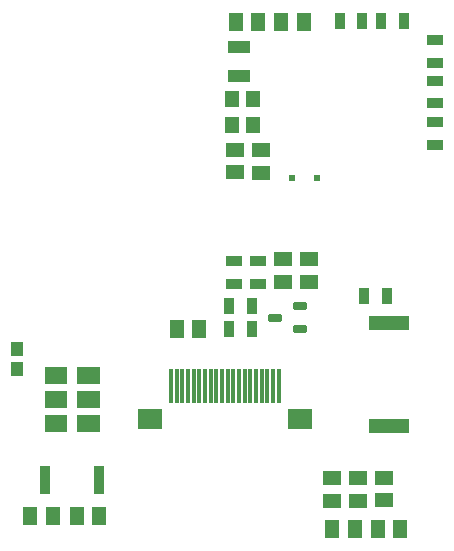
<source format=gbp>
G04*
G04 #@! TF.GenerationSoftware,Altium Limited,Altium Designer,20.0.2 (26)*
G04*
G04 Layer_Color=128*
%FSLAX25Y25*%
%MOIN*%
G70*
G01*
G75*
%ADD13R,0.05433X0.03622*%
%ADD14R,0.03622X0.05433*%
%ADD17R,0.05906X0.05118*%
%ADD48R,0.05118X0.05906*%
G04:AMPARAMS|DCode=49|XSize=48.42mil|YSize=23.62mil|CornerRadius=5.91mil|HoleSize=0mil|Usage=FLASHONLY|Rotation=180.000|XOffset=0mil|YOffset=0mil|HoleType=Round|Shape=RoundedRectangle|*
%AMROUNDEDRECTD49*
21,1,0.04842,0.01181,0,0,180.0*
21,1,0.03661,0.02362,0,0,180.0*
1,1,0.01181,-0.01831,0.00591*
1,1,0.01181,0.01831,0.00591*
1,1,0.01181,0.01831,-0.00591*
1,1,0.01181,-0.01831,-0.00591*
%
%ADD49ROUNDEDRECTD49*%
%ADD50R,0.13386X0.05118*%
%ADD51R,0.04724X0.05512*%
%ADD52R,0.07480X0.04331*%
%ADD53R,0.02362X0.01968*%
%ADD54R,0.03937X0.04724*%
%ADD56R,0.03819X0.09606*%
%ADD57R,0.07874X0.07087*%
%ADD58R,0.01181X0.11811*%
G36*
X210453Y326929D02*
X202854D01*
Y332677D01*
X210453D01*
Y326929D01*
D02*
G37*
G36*
X199508D02*
X191909D01*
Y332677D01*
X199508D01*
Y326929D01*
D02*
G37*
G36*
X210453Y318937D02*
X202854D01*
Y324685D01*
X210453D01*
Y318937D01*
D02*
G37*
G36*
X199508D02*
X191909D01*
Y324685D01*
X199508D01*
Y318937D01*
D02*
G37*
G36*
X210453Y310945D02*
X202854D01*
Y316693D01*
X210453D01*
Y310945D01*
D02*
G37*
G36*
X199508D02*
X191909D01*
Y316693D01*
X199508D01*
Y310945D01*
D02*
G37*
D13*
X322047Y406870D02*
D03*
Y414390D02*
D03*
Y428169D02*
D03*
Y420650D02*
D03*
X262992Y360413D02*
D03*
Y367933D02*
D03*
X255118D02*
D03*
Y360413D02*
D03*
X322047Y441732D02*
D03*
Y434213D02*
D03*
D14*
X297854Y448032D02*
D03*
X290335D02*
D03*
X304114D02*
D03*
X311634D02*
D03*
X253543Y345276D02*
D03*
X261063D02*
D03*
X253543Y353150D02*
D03*
X261063D02*
D03*
X305906Y356299D02*
D03*
X298386D02*
D03*
D17*
X279921Y368701D02*
D03*
Y361220D02*
D03*
X271260Y368701D02*
D03*
Y361220D02*
D03*
X264173Y404921D02*
D03*
Y397441D02*
D03*
X255512Y405118D02*
D03*
Y397638D02*
D03*
X305118Y295866D02*
D03*
Y288386D02*
D03*
X296457Y295669D02*
D03*
Y288189D02*
D03*
X287795Y295669D02*
D03*
Y288189D02*
D03*
D48*
X243504Y345276D02*
D03*
X236024D02*
D03*
X270866Y447638D02*
D03*
X278346D02*
D03*
X263189D02*
D03*
X255709D02*
D03*
X302953Y278740D02*
D03*
X310433D02*
D03*
X295276D02*
D03*
X287795D02*
D03*
X210039Y283071D02*
D03*
X202559D02*
D03*
X187205D02*
D03*
X194685D02*
D03*
D49*
X277008Y352953D02*
D03*
Y345472D02*
D03*
X268661Y349213D02*
D03*
D50*
X306693Y347441D02*
D03*
Y313189D02*
D03*
D51*
X261220Y413386D02*
D03*
Y422047D02*
D03*
X254528D02*
D03*
Y413386D02*
D03*
D52*
X256693Y429724D02*
D03*
Y439567D02*
D03*
D53*
X282677Y395669D02*
D03*
X274409D02*
D03*
D54*
X182618Y338780D02*
D03*
Y332087D02*
D03*
D56*
X192205Y294921D02*
D03*
X210157D02*
D03*
D57*
X277047Y315551D02*
D03*
X227146D02*
D03*
D58*
X234055Y326378D02*
D03*
X235945D02*
D03*
X237835D02*
D03*
X239724D02*
D03*
X241614D02*
D03*
X243504D02*
D03*
X245394D02*
D03*
X247283D02*
D03*
X249173D02*
D03*
X251063D02*
D03*
X252953D02*
D03*
X254843D02*
D03*
X258622D02*
D03*
X260512D02*
D03*
X262402D02*
D03*
X264291D02*
D03*
X266181D02*
D03*
X268071D02*
D03*
X269961D02*
D03*
X256732D02*
D03*
M02*

</source>
